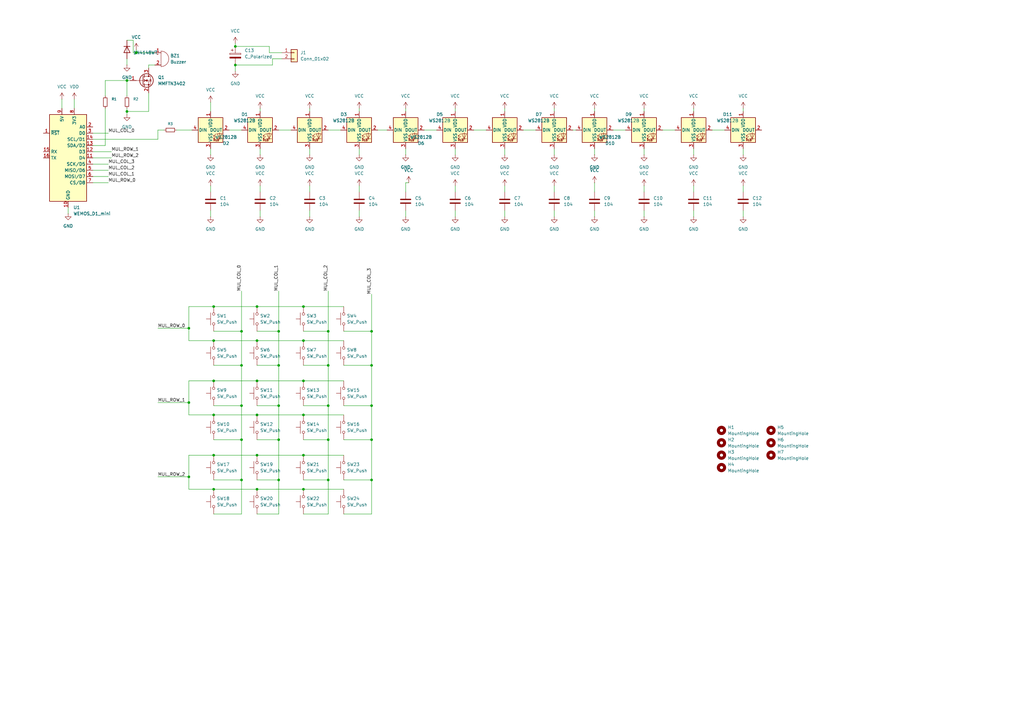
<source format=kicad_sch>
(kicad_sch (version 20250114) (generator "eeschema") (generator_version "9.0")
  (paper "A3")
  (lib_symbols
    (symbol "Connector_Generic:Conn_01x02" (pin_names (offset 1.016) (hide yes))
      (property "Reference" "J" (at 0 2.54 0))
      (property "Value" "Conn_01x02" (at 0 -5.08 0))
      (symbol "Conn_01x02_1_1"
        (pin passive line (at -5.08 0 0) (length 3.81) (name "Pin_1") (number "1"))
        (pin passive line (at -5.08 -2.54 0) (length 3.81) (name "Pin_2") (number "2"))
      )
    )
    (symbol "Device:Buzzer" (pin_names (offset 0.0254) (hide yes))
      (property "Reference" "BZ" (at 3.81 1.27 0))
      (property "Value" "Buzzer" (at 3.81 -1.27 0))
      (symbol "Buzzer_1_1"
        (pin passive line (at -2.54 2.54 0) (length 2.54) (name "+") (number "1"))
        (pin passive line (at -2.54 -2.54 0) (length 2.54) (name "-") (number "2"))
      )
    )
    (symbol "Device:C" (pin_numbers (hide yes)) (pin_names (offset 0.254))
      (property "Reference" "C" (at 0.635 2.54 0))
      (property "Value" "C" (at 0.635 -2.54 0))
      (symbol "C_1_1"
        (pin passive line (at 0 3.81 270) (length 2.794) (name "~") (number "1"))
        (pin passive line (at 0 -3.81 90) (length 2.794) (name "~") (number "2"))
      )
    )
    (symbol "Device:C_Polarized" (pin_numbers (hide yes)) (pin_names (offset 0.254))
      (property "Reference" "C" (at 0.635 2.54 0))
      (property "Value" "C_Polarized" (at 0.635 -2.54 0))
      (symbol "C_Polarized_1_1"
        (pin passive line (at 0 3.81 270) (length 2.794) (name "~") (number "1"))
        (pin passive line (at 0 -3.81 90) (length 2.794) (name "~") (number "2"))
      )
    )
    (symbol "Device:R_Small" (pin_numbers (hide yes)) (pin_names (offset 0.254) (hide yes))
      (property "Reference" "R" (at 0 0 90))
      (property "Value" "R_Small" (at 1.778 0 90))
      (symbol "R_Small_1_1"
        (pin passive line (at 0 2.54 270) (length 0.762) (name "~") (number "1"))
        (pin passive line (at 0 -2.54 90) (length 0.762) (name "~") (number "2"))
      )
    )
    (symbol "Diode:1N4148WT" (pin_numbers (hide yes)) (pin_names (hide yes))
      (property "Reference" "D" (at 0 2.54 0))
      (property "Value" "1N4148WT" (at 0 -2.54 0))
      (symbol "1N4148WT_1_1"
        (pin passive line (at -3.81 0 0) (length 2.54) (name "K") (number "1"))
        (pin passive line (at 3.81 0 180) (length 2.54) (name "A") (number "2"))
      )
    )
    (symbol "LED:WS2812B" (pin_names (offset 0.254))
      (property "Reference" "D" (at 5.08 5.715 0))
      (property "Value" "WS2812B" (at 1.27 -5.715 0))
      (symbol "WS2812B_0_0"
        (text "RGB" (at 2.286 -4.191 0) (effects (font (size 0.762 0.762))))
      )
      (symbol "WS2812B_1_1"
        (pin input line (at -7.62 0 0) (length 2.54) (name "DIN") (number "4"))
        (pin power_in line (at 0 7.62 270) (length 2.54) (name "VDD") (number "1"))
        (pin power_in line (at 0 -7.62 90) (length 2.54) (name "VSS") (number "3"))
        (pin output line (at 7.62 0 180) (length 2.54) (name "DOUT") (number "2"))
      )
    )
    (symbol "Mechanical:MountingHole" (pin_names (offset 1.016)) (in_bom no)
      (property "Reference" "H" (at 0 5.08 0))
      (property "Value" "MountingHole" (at 0 3.175 0))
    )
    (symbol "RF_Module:WEMOS_D1_mini"
      (property "Reference" "U" (at 3.81 19.05 0))
      (property "Value" "WEMOS_D1_mini" (at 1.27 -19.05 0))
      (symbol "WEMOS_D1_mini_1_1"
        (pin input line (at -10.16 10.16 0) (length 2.54) (name "~{RST}") (number "1"))
        (pin input line (at -10.16 2.54 0) (length 2.54) (name "RX") (number "15"))
        (pin output line (at -10.16 0 0) (length 2.54) (name "TX") (number "16"))
        (pin power_in line (at -2.54 20.32 270) (length 2.54) (name "5V") (number "9"))
        (pin power_in line (at 0 -20.32 90) (length 2.54) (name "GND") (number "10"))
        (pin power_out line (at 2.54 20.32 270) (length 2.54) (name "3V3") (number "8"))
        (pin input line (at 10.16 12.7 180) (length 2.54) (name "A0") (number "2"))
        (pin bidirectional line (at 10.16 10.16 180) (length 2.54) (name "D0") (number "3"))
        (pin bidirectional line (at 10.16 7.62 180) (length 2.54) (name "SCL/D1") (number "14"))
        (pin bidirectional line (at 10.16 5.08 180) (length 2.54) (name "SDA/D2") (number "13"))
        (pin bidirectional line (at 10.16 2.54 180) (length 2.54) (name "D3") (number "12"))
        (pin bidirectional line (at 10.16 0 180) (length 2.54) (name "D4") (number "11"))
        (pin bidirectional line (at 10.16 -2.54 180) (length 2.54) (name "SCK/D5") (number "4"))
        (pin bidirectional line (at 10.16 -5.08 180) (length 2.54) (name "MISO/D6") (number "5"))
        (pin bidirectional line (at 10.16 -7.62 180) (length 2.54) (name "MOSI/D7") (number "6"))
        (pin bidirectional line (at 10.16 -10.16 180) (length 2.54) (name "CS/D8") (number "7"))
      )
    )
    (symbol "Switch:SW_Push" (pin_numbers (hide yes)) (pin_names (offset 1.016) (hide yes))
      (property "Reference" "SW" (at 1.27 2.54 0))
      (property "Value" "SW_Push" (at 0 -1.524 0))
      (symbol "SW_Push_0_1"
        (pin passive line (at -5.08 0 0) (length 2.54) (name "1") (number "1"))
        (pin passive line (at 5.08 0 180) (length 2.54) (name "2") (number "2"))
      )
    )
    (symbol "Transistor_FET:Q_NMOS_GSD" (pin_names (offset 0) (hide yes))
      (property "Reference" "Q" (at 5.08 1.905 0))
      (property "Value" "Q_NMOS_GSD" (at 5.08 0 0))
      (symbol "Q_NMOS_GSD_1_1"
        (pin input line (at -5.08 0 0) (length 2.54) (name "G") (number "1"))
        (pin passive line (at 2.54 5.08 270) (length 2.54) (name "D") (number "3"))
        (pin passive line (at 2.54 -5.08 90) (length 2.54) (name "S") (number "2"))
      )
    )
    (symbol "power:GND" (power) (pin_numbers (hide yes)) (pin_names (offset 0) (hide yes))
      (property "Value" "GND" (at 0 -3.81 0))
      (symbol "GND_1_1"
        (pin power_in line (at 0 0 270) (length 0) (name "~") (number "1"))
      )
    )
    (symbol "power:VCC" (power) (pin_numbers (hide yes)) (pin_names (offset 0) (hide yes))
      (property "Value" "VCC" (at 0 3.556 0))
      (symbol "VCC_1_1"
        (pin power_in line (at 0 0 90) (length 0) (name "~") (number "1"))
      )
    )
    (symbol "power:VDD" (power) (pin_numbers (hide yes)) (pin_names (offset 0) (hide yes))
      (property "Value" "VDD" (at 0 3.556 0))
      (symbol "VDD_1_1"
        (pin power_in line (at 0 0 90) (length 0) (name "~") (number "1"))
      )
    )
  )
  (junction (at 134.62 166.37))
  (junction (at 124.46 125.73))
  (junction (at 96.52 19.05))
  (junction (at 87.63 186.69))
  (junction (at 77.47 195.58))
  (junction (at 99.06 149.86))
  (junction (at 114.3 135.89))
  (junction (at 99.06 196.85))
  (junction (at 134.62 180.34))
  (junction (at 87.63 139.7))
  (junction (at 105.41 200.66))
  (junction (at 77.47 165.1))
  (junction (at 114.3 166.37))
  (junction (at 99.06 135.89))
  (junction (at 124.46 186.69))
  (junction (at 77.47 134.62))
  (junction (at 134.62 196.85))
  (junction (at 87.63 156.21))
  (junction (at 152.4 135.89))
  (junction (at 124.46 170.18))
  (junction (at 52.07 45.72))
  (junction (at 152.4 196.85))
  (junction (at 55.88 21.59))
  (junction (at 87.63 200.66))
  (junction (at 124.46 139.7))
  (junction (at 105.41 156.21))
  (junction (at 114.3 149.86))
  (junction (at 99.06 180.34))
  (junction (at 105.41 170.18))
  (junction (at 105.41 186.69))
  (junction (at 152.4 180.34))
  (junction (at 152.4 166.37))
  (junction (at 52.07 33.02))
  (junction (at 96.52 26.67))
  (junction (at 105.41 125.73))
  (junction (at 99.06 166.37))
  (junction (at 105.41 139.7))
  (junction (at 124.46 200.66))
  (junction (at 124.46 156.21))
  (junction (at 87.63 170.18))
  (junction (at 87.63 125.73))
  (junction (at 114.3 196.85))
  (junction (at 134.62 135.89))
  (junction (at 114.3 180.34))
  (junction (at 134.62 149.86))
  (junction (at 152.4 149.86))
  (wire (pts (xy 114.3 149.86) (xy 105.41 149.86)))
  (wire (pts (xy 77.47 139.7) (xy 87.63 139.7)))
  (wire (pts (xy 86.36 76.2) (xy 86.36 78.74)))
  (wire (pts (xy 105.41 125.73) (xy 124.46 125.73)))
  (wire (pts (xy 173.99 53.34) (xy 179.07 53.34)))
  (wire (pts (xy 227.33 86.36) (xy 227.33 88.9)))
  (wire (pts (xy 207.01 60.96) (xy 207.01 63.5)))
  (wire (pts (xy 134.62 135.89) (xy 134.62 149.86)))
  (wire (pts (xy 284.48 60.96) (xy 284.48 63.5)))
  (wire (pts (xy 77.47 134.62) (xy 77.47 139.7)))
  (wire (pts (xy 60.96 45.72) (xy 52.07 45.72)))
  (wire (pts (xy 111.76 26.67) (xy 96.52 26.67)))
  (wire (pts (xy 38.1 64.77) (xy 45.72 64.77)))
  (wire (pts (xy 106.68 86.36) (xy 106.68 88.9)))
  (wire (pts (xy 166.37 74.93) (xy 166.37 78.74)))
  (wire (pts (xy 186.69 60.96) (xy 186.69 63.5)))
  (wire (pts (xy 106.68 44.45) (xy 106.68 45.72)))
  (wire (pts (xy 110.49 21.59) (xy 110.49 19.05)))
  (wire (pts (xy 87.63 156.21) (xy 105.41 156.21)))
  (wire (pts (xy 115.57 24.13) (xy 111.76 24.13)))
  (wire (pts (xy 25.4 40.64) (xy 25.4 44.45)))
  (wire (pts (xy 271.78 53.34) (xy 276.86 53.34)))
  (wire (pts (xy 152.4 135.89) (xy 152.4 149.86)))
  (wire (pts (xy 140.97 149.86) (xy 152.4 149.86)))
  (wire (pts (xy 99.06 210.82) (xy 87.63 210.82)))
  (wire (pts (xy 127 60.96) (xy 127 63.5)))
  (wire (pts (xy 134.62 53.34) (xy 139.7 53.34)))
  (wire (pts (xy 147.32 86.36) (xy 147.32 88.9)))
  (wire (pts (xy 304.8 76.2) (xy 304.8 78.74)))
  (wire (pts (xy 264.16 44.45) (xy 264.16 45.72)))
  (wire (pts (xy 115.57 21.59) (xy 110.49 21.59)))
  (wire (pts (xy 124.46 156.21) (xy 140.97 156.21)))
  (wire (pts (xy 86.36 60.96) (xy 86.36 63.5)))
  (wire (pts (xy 114.3 210.82) (xy 105.41 210.82)))
  (wire (pts (xy 304.8 44.45) (xy 304.8 45.72)))
  (wire (pts (xy 87.63 170.18) (xy 105.41 170.18)))
  (wire (pts (xy 251.46 53.34) (xy 256.54 53.34)))
  (wire (pts (xy 106.68 60.96) (xy 106.68 63.5)))
  (wire (pts (xy 234.95 53.34) (xy 236.22 53.34)))
  (wire (pts (xy 166.37 86.36) (xy 166.37 88.9)))
  (wire (pts (xy 152.4 180.34) (xy 152.4 196.85)))
  (wire (pts (xy 38.1 62.23) (xy 45.72 62.23)))
  (wire (pts (xy 77.47 170.18) (xy 87.63 170.18)))
  (wire (pts (xy 105.41 170.18) (xy 124.46 170.18)))
  (wire (pts (xy 105.41 156.21) (xy 124.46 156.21)))
  (wire (pts (xy 152.4 120.65) (xy 152.4 135.89)))
  (wire (pts (xy 110.49 19.05) (xy 96.52 19.05)))
  (wire (pts (xy 87.63 125.73) (xy 77.47 125.73)))
  (wire (pts (xy 38.1 74.93) (xy 44.45 74.93)))
  (wire (pts (xy 87.63 156.21) (xy 77.47 156.21)))
  (wire (pts (xy 127 86.36) (xy 127 88.9)))
  (wire (pts (xy 105.41 166.37) (xy 114.3 166.37)))
  (wire (pts (xy 124.46 166.37) (xy 134.62 166.37)))
  (wire (pts (xy 77.47 165.1) (xy 77.47 170.18)))
  (wire (pts (xy 99.06 196.85) (xy 99.06 210.82)))
  (wire (pts (xy 52.07 16.51) (xy 54.61 16.51)))
  (wire (pts (xy 96.52 17.78) (xy 96.52 19.05)))
  (wire (pts (xy 152.4 135.89) (xy 140.97 135.89)))
  (wire (pts (xy 38.1 57.15) (xy 64.77 57.15)))
  (wire (pts (xy 147.32 60.96) (xy 147.32 63.5)))
  (wire (pts (xy 147.32 76.2) (xy 147.32 78.74)))
  (wire (pts (xy 227.33 76.2) (xy 227.33 78.74)))
  (wire (pts (xy 55.88 21.59) (xy 63.5 21.59)))
  (wire (pts (xy 284.48 86.36) (xy 284.48 88.9)))
  (wire (pts (xy 87.63 125.73) (xy 105.41 125.73)))
  (wire (pts (xy 64.77 53.34) (xy 67.31 53.34)))
  (wire (pts (xy 214.63 53.34) (xy 219.71 53.34)))
  (wire (pts (xy 60.96 26.67) (xy 60.96 27.94)))
  (wire (pts (xy 243.84 74.93) (xy 243.84 78.74)))
  (wire (pts (xy 194.31 53.34) (xy 199.39 53.34)))
  (wire (pts (xy 264.16 76.2) (xy 264.16 78.74)))
  (wire (pts (xy 38.1 59.69) (xy 43.18 59.69)))
  (wire (pts (xy 99.06 180.34) (xy 99.06 196.85)))
  (wire (pts (xy 134.62 180.34) (xy 124.46 180.34)))
  (wire (pts (xy 52.07 44.45) (xy 52.07 45.72)))
  (wire (pts (xy 264.16 60.96) (xy 264.16 63.5)))
  (wire (pts (xy 124.46 135.89) (xy 134.62 135.89)))
  (wire (pts (xy 105.41 186.69) (xy 124.46 186.69)))
  (wire (pts (xy 140.97 180.34) (xy 152.4 180.34)))
  (wire (pts (xy 134.62 119.38) (xy 134.62 135.89)))
  (wire (pts (xy 134.62 166.37) (xy 134.62 180.34)))
  (wire (pts (xy 64.77 195.58) (xy 77.47 195.58)))
  (wire (pts (xy 77.47 125.73) (xy 77.47 134.62)))
  (wire (pts (xy 64.77 57.15) (xy 64.77 53.34)))
  (wire (pts (xy 87.63 166.37) (xy 99.06 166.37)))
  (wire (pts (xy 87.63 186.69) (xy 77.47 186.69)))
  (wire (pts (xy 105.41 139.7) (xy 124.46 139.7)))
  (wire (pts (xy 38.1 54.61) (xy 44.45 54.61)))
  (wire (pts (xy 86.36 86.36) (xy 86.36 88.9)))
  (wire (pts (xy 227.33 60.96) (xy 227.33 63.5)))
  (wire (pts (xy 30.48 40.64) (xy 30.48 44.45)))
  (wire (pts (xy 124.46 186.69) (xy 140.97 186.69)))
  (wire (pts (xy 152.4 166.37) (xy 140.97 166.37)))
  (wire (pts (xy 105.41 196.85) (xy 114.3 196.85)))
  (wire (pts (xy 99.06 119.38) (xy 99.06 135.89)))
  (wire (pts (xy 111.76 24.13) (xy 111.76 26.67)))
  (wire (pts (xy 124.46 125.73) (xy 140.97 125.73)))
  (wire (pts (xy 304.8 60.96) (xy 304.8 63.5)))
  (wire (pts (xy 77.47 200.66) (xy 87.63 200.66)))
  (wire (pts (xy 86.36 41.91) (xy 86.36 45.72)))
  (wire (pts (xy 99.06 135.89) (xy 99.06 149.86)))
  (wire (pts (xy 186.69 44.45) (xy 186.69 45.72)))
  (wire (pts (xy 64.77 134.62) (xy 77.47 134.62)))
  (wire (pts (xy 55.88 20.32) (xy 55.88 21.59)))
  (wire (pts (xy 264.16 86.36) (xy 264.16 88.9)))
  (wire (pts (xy 60.96 38.1) (xy 60.96 45.72)))
  (wire (pts (xy 114.3 135.89) (xy 114.3 149.86)))
  (wire (pts (xy 77.47 156.21) (xy 77.47 165.1)))
  (wire (pts (xy 114.3 166.37) (xy 114.3 180.34)))
  (wire (pts (xy 105.41 135.89) (xy 114.3 135.89)))
  (wire (pts (xy 72.39 53.34) (xy 78.74 53.34)))
  (wire (pts (xy 114.3 119.38) (xy 114.3 135.89)))
  (wire (pts (xy 87.63 139.7) (xy 105.41 139.7)))
  (wire (pts (xy 43.18 59.69) (xy 43.18 44.45)))
  (wire (pts (xy 227.33 44.45) (xy 227.33 45.72)))
  (wire (pts (xy 152.4 196.85) (xy 152.4 210.82)))
  (wire (pts (xy 99.06 149.86) (xy 87.63 149.86)))
  (wire (pts (xy 52.07 39.37) (xy 52.07 33.02)))
  (wire (pts (xy 106.68 76.2) (xy 106.68 78.74)))
  (wire (pts (xy 134.62 196.85) (xy 134.62 210.82)))
  (wire (pts (xy 284.48 44.45) (xy 284.48 45.72)))
  (wire (pts (xy 27.94 85.09) (xy 27.94 87.63)))
  (wire (pts (xy 99.06 166.37) (xy 99.06 180.34)))
  (wire (pts (xy 186.69 86.36) (xy 186.69 88.9)))
  (wire (pts (xy 87.63 186.69) (xy 105.41 186.69)))
  (wire (pts (xy 87.63 200.66) (xy 105.41 200.66)))
  (wire (pts (xy 54.61 21.59) (xy 55.88 21.59)))
  (wire (pts (xy 186.69 76.2) (xy 186.69 78.74)))
  (wire (pts (xy 152.4 196.85) (xy 140.97 196.85)))
  (wire (pts (xy 166.37 44.45) (xy 166.37 45.72)))
  (wire (pts (xy 147.32 44.45) (xy 147.32 45.72)))
  (wire (pts (xy 152.4 149.86) (xy 152.4 166.37)))
  (wire (pts (xy 54.61 16.51) (xy 54.61 21.59)))
  (wire (pts (xy 304.8 86.36) (xy 304.8 88.9)))
  (wire (pts (xy 87.63 135.89) (xy 99.06 135.89)))
  (wire (pts (xy 63.5 26.67) (xy 60.96 26.67)))
  (wire (pts (xy 96.52 26.67) (xy 96.52 29.21)))
  (wire (pts (xy 134.62 149.86) (xy 124.46 149.86)))
  (wire (pts (xy 99.06 180.34) (xy 87.63 180.34)))
  (wire (pts (xy 114.3 53.34) (xy 119.38 53.34)))
  (wire (pts (xy 77.47 186.69) (xy 77.47 195.58)))
  (wire (pts (xy 124.46 196.85) (xy 134.62 196.85)))
  (wire (pts (xy 114.3 196.85) (xy 114.3 210.82)))
  (wire (pts (xy 243.84 44.45) (xy 243.84 45.72)))
  (wire (pts (xy 152.4 166.37) (xy 152.4 180.34)))
  (wire (pts (xy 38.1 72.39) (xy 44.45 72.39)))
  (wire (pts (xy 38.1 69.85) (xy 44.45 69.85)))
  (wire (pts (xy 52.07 33.02) (xy 53.34 33.02)))
  (wire (pts (xy 43.18 33.02) (xy 52.07 33.02)))
  (wire (pts (xy 43.18 39.37) (xy 43.18 33.02)))
  (wire (pts (xy 87.63 196.85) (xy 99.06 196.85)))
  (wire (pts (xy 93.98 53.34) (xy 99.06 53.34)))
  (wire (pts (xy 154.94 53.34) (xy 158.75 53.34)))
  (wire (pts (xy 284.48 76.2) (xy 284.48 78.74)))
  (wire (pts (xy 38.1 67.31) (xy 44.45 67.31)))
  (wire (pts (xy 105.41 200.66) (xy 124.46 200.66)))
  (wire (pts (xy 127 76.2) (xy 127 78.74)))
  (wire (pts (xy 207.01 86.36) (xy 207.01 88.9)))
  (wire (pts (xy 114.3 149.86) (xy 114.3 166.37)))
  (wire (pts (xy 140.97 210.82) (xy 152.4 210.82)))
  (wire (pts (xy 207.01 44.45) (xy 207.01 45.72)))
  (wire (pts (xy 77.47 195.58) (xy 77.47 200.66)))
  (wire (pts (xy 292.1 53.34) (xy 297.18 53.34)))
  (wire (pts (xy 114.3 180.34) (xy 105.41 180.34)))
  (wire (pts (xy 64.77 165.1) (xy 77.47 165.1)))
  (wire (pts (xy 52.07 24.13) (xy 52.07 26.67)))
  (wire (pts (xy 243.84 60.96) (xy 243.84 63.5)))
  (wire (pts (xy 127 44.45) (xy 127 45.72)))
  (wire (pts (xy 124.46 170.18) (xy 140.97 170.18)))
  (wire (pts (xy 134.62 210.82) (xy 124.46 210.82)))
  (wire (pts (xy 99.06 149.86) (xy 99.06 166.37)))
  (wire (pts (xy 166.37 74.93) (xy 167.64 74.93)))
  (wire (pts (xy 166.37 60.96) (xy 166.37 63.5)))
  (wire (pts (xy 124.46 200.66) (xy 140.97 200.66)))
  (wire (pts (xy 52.07 45.72) (xy 52.07 46.99)))
  (wire (pts (xy 124.46 139.7) (xy 140.97 139.7)))
  (wire (pts (xy 114.3 180.34) (xy 114.3 196.85)))
  (wire (pts (xy 134.62 149.86) (xy 134.62 166.37)))
  (wire (pts (xy 243.84 86.36) (xy 243.84 88.9)))
  (wire (pts (xy 134.62 180.34) (xy 134.62 196.85)))
  (wire (pts (xy 207.01 76.2) (xy 207.01 78.74)))
  (label "MUL_COL_3" (at 44.45 67.31 0))
  (label "MUL_COL_1" (at 44.45 72.39 0))
  (label "MUL_COL_0" (at 44.45 54.61 0))
  (label "MUL_ROW_0" (at 44.45 74.93 0))
  (label "MUL_ROW_0" (at 64.77 134.62 0))
  (label "MUL_ROW_2" (at 64.77 195.58 0))
  (label "MUL_ROW_1" (at 45.72 62.23 0))
  (label "MUL_COL_2" (at 44.45 69.85 0))
  (label "MUL_ROW_2" (at 45.72 64.77 0))
  (label "MUL_COL_1" (at 114.3 119.38 90))
  (label "MUL_COL_0" (at 99.06 119.38 90))
  (label "MUL_COL_2" (at 134.62 119.38 90))
  (label "MUL_COL_3" (at 152.4 120.65 90))
  (label "MUL_ROW_1" (at 64.77 165.1 0))
  (symbol (lib_id "power:VDD") (at 30.48 40.64 0) (unit 1)
    (property "Reference" "#PWR051" (effects (hide yes)))
    (property "Value" "VDD" (at 30.48 35.56 0))
    (property "Description" "Power symbol creates a global label with name \"VDD\"" (effects (hide yes)))
  )
  (symbol (lib_id "power:VCC") (at 166.37 44.45 0) (unit 1)
    (property "Reference" "#PWR017" (effects (hide yes)))
    (property "Value" "VCC" (at 166.37 39.37 0))
    (property "Description" "Power symbol creates a global label with name \"VCC\"" (effects (hide yes)))
  )
  (symbol (lib_id "Device:C") (at 264.16 82.55 0) (unit 1)
    (property "Reference" "C10" (at 267.97 81.2799 0) (effects (justify left)))
    (property "Value" "104" (at 267.97 83.8199 0) (effects (justify left)))
    (property "Footprint" "Capacitor_SMD:C_0603_1608Metric" (effects (hide yes)))
    (property "Description" "Unpolarized capacitor" (effects (hide yes)))
  )
  (symbol (lib_id "Device:C") (at 106.68 82.55 0) (unit 1)
    (property "Reference" "C2" (at 110.49 81.2799 0) (effects (justify left)))
    (property "Value" "104" (at 110.49 83.8199 0) (effects (justify left)))
    (property "Footprint" "Capacitor_SMD:C_0603_1608Metric" (effects (hide yes)))
    (property "Description" "Unpolarized capacitor" (effects (hide yes)))
  )
  (symbol (lib_id "Switch:SW_Push") (at 140.97 205.74 90) (unit 1)
    (property "Reference" "SW24" (at 142.24 204.4699 90) (effects (justify right)))
    (property "Value" "SW_Push" (at 142.24 207.0099 90) (effects (justify right)))
    (property "Footprint" "Button_Switch_THT:SW_PUSH_6mm" (effects (hide yes)))
    (property "Description" "Push button switch, generic, two pins" (effects (hide yes)))
  )
  (symbol (lib_id "power:GND") (at 86.36 63.5 0) (unit 1)
    (property "Reference" "#PWR05" (effects (hide yes)))
    (property "Value" "GND" (at 86.36 68.58 0))
    (property "Description" "Power symbol creates a global label with name \"GND\" , ground" (effects (hide yes)))
  )
  (symbol (lib_id "power:VCC") (at 227.33 44.45 0) (unit 1)
    (property "Reference" "#PWR029" (effects (hide yes)))
    (property "Value" "VCC" (at 227.33 39.37 0))
    (property "Description" "Power symbol creates a global label with name \"VCC\"" (effects (hide yes)))
  )
  (symbol (lib_id "LED:WS2812B") (at 127 53.34 0) (unit 1)
    (property "Reference" "D3" (at 140.97 46.9198 0))
    (property "Value" "WS2812B" (at 140.97 49.4598 0))
    (property "Footprint" "LED_SMD:LED_WS2812B_PLCC4_5.0x5.0mm_P3.2mm" (effects (hide yes)))
    (property "Datasheet" "https://cdn-shop.adafruit.com/datasheets/WS2812B.pdf" (effects (hide yes)))
    (property "Description" "RGB LED with integrated controller" (effects (hide yes)))
  )
  (symbol (lib_id "power:GND") (at 284.48 63.5 0) (unit 1)
    (property "Reference" "#PWR042" (effects (hide yes)))
    (property "Value" "GND" (at 284.48 68.58 0))
    (property "Description" "Power symbol creates a global label with name \"GND\" , ground" (effects (hide yes)))
  )
  (symbol (lib_id "power:GND") (at 147.32 63.5 0) (unit 1)
    (property "Reference" "#PWR08" (effects (hide yes)))
    (property "Value" "GND" (at 147.32 68.58 0))
    (property "Description" "Power symbol creates a global label with name \"GND\" , ground" (effects (hide yes)))
  )
  (symbol (lib_id "power:VCC") (at 186.69 76.2 0) (unit 1)
    (property "Reference" "#PWR023" (effects (hide yes)))
    (property "Value" "VCC" (at 186.69 71.12 0))
    (property "Description" "Power symbol creates a global label with name \"VCC\"" (effects (hide yes)))
  )
  (symbol (lib_id "Switch:SW_Push") (at 105.41 161.29 90) (unit 1)
    (property "Reference" "SW11" (at 106.68 160.0199 90) (effects (justify right)))
    (property "Value" "SW_Push" (at 106.68 162.5599 90) (effects (justify right)))
    (property "Footprint" "Button_Switch_THT:SW_PUSH_6mm" (effects (hide yes)))
    (property "Description" "Push button switch, generic, two pins" (effects (hide yes)))
  )
  (symbol (lib_id "Switch:SW_Push") (at 87.63 175.26 90) (unit 1)
    (property "Reference" "SW10" (at 88.9 173.9899 90) (effects (justify right)))
    (property "Value" "SW_Push" (at 88.9 176.5299 90) (effects (justify right)))
    (property "Footprint" "Button_Switch_THT:SW_PUSH_6mm" (effects (hide yes)))
    (property "Description" "Push button switch, generic, two pins" (effects (hide yes)))
  )
  (symbol (lib_id "Device:C_Polarized") (at 96.52 22.86 0) (unit 1)
    (property "Reference" "C13" (at 100.33 20.7009 0) (effects (justify left)))
    (property "Value" "C_Polarized" (at 100.33 23.2409 0) (effects (justify left)))
    (property "Footprint" "Capacitor_THT:CP_Radial_D8.0mm_P5.00mm" (effects (hide yes)))
    (property "Description" "Polarized capacitor" (effects (hide yes)))
  )
  (symbol (lib_id "power:VCC") (at 55.88 20.32 0) (unit 1)
    (property "Reference" "#PWR053" (effects (hide yes)))
    (property "Value" "VCC" (at 55.88 15.24 0))
    (property "Description" "Power symbol creates a global label with name \"VCC\"" (effects (hide yes)))
  )
  (symbol (lib_id "power:VCC") (at 284.48 44.45 0) (unit 1)
    (property "Reference" "#PWR041" (effects (hide yes)))
    (property "Value" "VCC" (at 284.48 39.37 0))
    (property "Description" "Power symbol creates a global label with name \"VCC\"" (effects (hide yes)))
  )
  (symbol (lib_id "power:GND") (at 127 88.9 0) (unit 1)
    (property "Reference" "#PWR014" (effects (hide yes)))
    (property "Value" "GND" (at 127 93.98 0))
    (property "Description" "Power symbol creates a global label with name \"GND\" , ground" (effects (hide yes)))
  )
  (symbol (lib_id "Device:C") (at 147.32 82.55 0) (unit 1)
    (property "Reference" "C4" (at 151.13 81.2799 0) (effects (justify left)))
    (property "Value" "104" (at 151.13 83.8199 0) (effects (justify left)))
    (property "Footprint" "Capacitor_SMD:C_0603_1608Metric" (effects (hide yes)))
    (property "Description" "Unpolarized capacitor" (effects (hide yes)))
  )
  (symbol (lib_id "power:VCC") (at 264.16 76.2 0) (unit 1)
    (property "Reference" "#PWR039" (effects (hide yes)))
    (property "Value" "VCC" (at 264.16 71.12 0))
    (property "Description" "Power symbol creates a global label with name \"VCC\"" (effects (hide yes)))
  )
  (symbol (lib_id "Switch:SW_Push") (at 87.63 191.77 90) (unit 1)
    (property "Reference" "SW17" (at 88.9 190.4999 90) (effects (justify right)))
    (property "Value" "SW_Push" (at 88.9 193.0399 90) (effects (justify right)))
    (property "Footprint" "Button_Switch_THT:SW_PUSH_6mm" (effects (hide yes)))
    (property "Description" "Push button switch, generic, two pins" (effects (hide yes)))
  )
  (symbol (lib_id "power:GND") (at 166.37 88.9 0) (unit 1)
    (property "Reference" "#PWR020" (effects (hide yes)))
    (property "Value" "GND" (at 166.37 93.98 0))
    (property "Description" "Power symbol creates a global label with name \"GND\" , ground" (effects (hide yes)))
  )
  (symbol (lib_id "LED:WS2812B") (at 264.16 53.34 0) (unit 1)
    (property "Reference" "D10" (at 250.19 58.7854 0))
    (property "Value" "WS2812B" (at 250.19 56.2454 0))
    (property "Footprint" "LED_SMD:LED_WS2812B_PLCC4_5.0x5.0mm_P3.2mm" (effects (hide yes)))
    (property "Datasheet" "https://cdn-shop.adafruit.com/datasheets/WS2812B.pdf" (effects (hide yes)))
    (property "Description" "RGB LED with integrated controller" (effects (hide yes)))
  )
  (symbol (lib_id "power:GND") (at 86.36 88.9 0) (unit 1)
    (property "Reference" "#PWR010" (effects (hide yes)))
    (property "Value" "GND" (at 86.36 93.98 0))
    (property "Description" "Power symbol creates a global label with name \"GND\" , ground" (effects (hide yes)))
  )
  (symbol (lib_id "Switch:SW_Push") (at 140.97 175.26 90) (unit 1)
    (property "Reference" "SW16" (at 142.24 173.9899 90) (effects (justify right)))
    (property "Value" "SW_Push" (at 142.24 176.5299 90) (effects (justify right)))
    (property "Footprint" "Button_Switch_THT:SW_PUSH_6mm" (effects (hide yes)))
    (property "Description" "Push button switch, generic, two pins" (effects (hide yes)))
  )
  (symbol (lib_id "Device:C") (at 304.8 82.55 0) (unit 1)
    (property "Reference" "C12" (at 308.61 81.2799 0) (effects (justify left)))
    (property "Value" "104" (at 308.61 83.8199 0) (effects (justify left)))
    (property "Footprint" "Capacitor_SMD:C_0603_1608Metric" (effects (hide yes)))
    (property "Description" "Unpolarized capacitor" (effects (hide yes)))
  )
  (symbol (lib_id "power:GND") (at 106.68 63.5 0) (unit 1)
    (property "Reference" "#PWR06" (effects (hide yes)))
    (property "Value" "GND" (at 106.68 68.58 0))
    (property "Description" "Power symbol creates a global label with name \"GND\" , ground" (effects (hide yes)))
  )
  (symbol (lib_id "power:GND") (at 27.94 87.63 0) (unit 1)
    (property "Reference" "#PWR049" (effects (hide yes)))
    (property "Value" "GND" (at 27.94 92.71 0))
    (property "Description" "Power symbol creates a global label with name \"GND\" , ground" (effects (hide yes)))
  )
  (symbol (lib_id "Switch:SW_Push") (at 124.46 130.81 90) (unit 1)
    (property "Reference" "SW3" (at 125.73 129.5399 90) (effects (justify right)))
    (property "Value" "SW_Push" (at 125.73 132.0799 90) (effects (justify right)))
    (property "Footprint" "Button_Switch_THT:SW_PUSH_6mm" (effects (hide yes)))
    (property "Description" "Push button switch, generic, two pins" (effects (hide yes)))
  )
  (symbol (lib_id "power:VCC") (at 86.36 76.2 0) (unit 1)
    (property "Reference" "#PWR09" (effects (hide yes)))
    (property "Value" "VCC" (at 86.36 71.12 0))
    (property "Description" "Power symbol creates a global label with name \"VCC\"" (effects (hide yes)))
  )
  (symbol (lib_id "Switch:SW_Push") (at 140.97 130.81 90) (unit 1)
    (property "Reference" "SW4" (at 142.24 129.5399 90) (effects (justify right)))
    (property "Value" "SW_Push" (at 142.24 132.0799 90) (effects (justify right)))
    (property "Footprint" "Button_Switch_THT:SW_PUSH_6mm" (effects (hide yes)))
    (property "Description" "Push button switch, generic, two pins" (effects (hide yes)))
  )
  (symbol (lib_id "Device:C") (at 284.48 82.55 0) (unit 1)
    (property "Reference" "C11" (at 288.29 81.2799 0) (effects (justify left)))
    (property "Value" "104" (at 288.29 83.8199 0) (effects (justify left)))
    (property "Footprint" "Capacitor_SMD:C_0603_1608Metric" (effects (hide yes)))
    (property "Description" "Unpolarized capacitor" (effects (hide yes)))
  )
  (symbol (lib_id "LED:WS2812B") (at 186.69 53.34 0) (unit 1)
    (property "Reference" "D6" (at 172.72 58.7854 0))
    (property "Value" "WS2812B" (at 172.72 56.2454 0))
    (property "Footprint" "LED_SMD:LED_WS2812B_PLCC4_5.0x5.0mm_P3.2mm" (effects (hide yes)))
    (property "Datasheet" "https://cdn-shop.adafruit.com/datasheets/WS2812B.pdf" (effects (hide yes)))
    (property "Description" "RGB LED with integrated controller" (effects (hide yes)))
  )
  (symbol (lib_id "power:GND") (at 186.69 88.9 0) (unit 1)
    (property "Reference" "#PWR024" (effects (hide yes)))
    (property "Value" "GND" (at 186.69 93.98 0))
    (property "Description" "Power symbol creates a global label with name \"GND\" , ground" (effects (hide yes)))
  )
  (symbol (lib_id "power:VCC") (at 243.84 44.45 0) (unit 1)
    (property "Reference" "#PWR033" (effects (hide yes)))
    (property "Value" "VCC" (at 243.84 39.37 0))
    (property "Description" "Power symbol creates a global label with name \"VCC\"" (effects (hide yes)))
  )
  (symbol (lib_id "Device:C") (at 207.01 82.55 0) (unit 1)
    (property "Reference" "C7" (at 210.82 81.2799 0) (effects (justify left)))
    (property "Value" "104" (at 210.82 83.8199 0) (effects (justify left)))
    (property "Footprint" "Capacitor_SMD:C_0603_1608Metric" (effects (hide yes)))
    (property "Description" "Unpolarized capacitor" (effects (hide yes)))
  )
  (symbol (lib_id "RF_Module:WEMOS_D1_mini") (at 27.94 64.77 0) (unit 1)
    (property "Reference" "U1" (at 30.0833 85.09 0) (effects (justify left)))
    (property "Value" "WEMOS_D1_mini" (at 30.0833 87.63 0) (effects (justify left)))
    (property "Footprint" "RF_Module:WEMOS_D1_mini_light" (effects (hide yes)))
    (property "Datasheet" "https://wiki.wemos.cc/products:d1:d1_mini#documentation" (effects (hide yes)))
    (property "Description" "32-bit microcontroller module with WiFi" (effects (hide yes)))
  )
  (symbol (lib_id "power:VCC") (at 147.32 44.45 0) (unit 1)
    (property "Reference" "#PWR04" (effects (hide yes)))
    (property "Value" "VCC" (at 147.32 39.37 0))
    (property "Description" "Power symbol creates a global label with name \"VCC\"" (effects (hide yes)))
  )
  (symbol (lib_id "Switch:SW_Push") (at 105.41 175.26 90) (unit 1)
    (property "Reference" "SW12" (at 106.68 173.9899 90) (effects (justify right)))
    (property "Value" "SW_Push" (at 106.68 176.5299 90) (effects (justify right)))
    (property "Footprint" "Button_Switch_THT:SW_PUSH_6mm" (effects (hide yes)))
    (property "Description" "Push button switch, generic, two pins" (effects (hide yes)))
  )
  (symbol (lib_id "Switch:SW_Push") (at 140.97 161.29 90) (unit 1)
    (property "Reference" "SW15" (at 142.24 160.0199 90) (effects (justify right)))
    (property "Value" "SW_Push" (at 142.24 162.5599 90) (effects (justify right)))
    (property "Footprint" "Button_Switch_THT:SW_PUSH_6mm" (effects (hide yes)))
    (property "Description" "Push button switch, generic, two pins" (effects (hide yes)))
  )
  (symbol (lib_id "power:GND") (at 52.07 26.67 0) (unit 1)
    (property "Reference" "#PWR054" (effects (hide yes)))
    (property "Value" "GND" (at 52.07 31.75 0))
    (property "Description" "Power symbol creates a global label with name \"GND\" , ground" (effects (hide yes)))
  )
  (symbol (lib_id "Device:R_Small") (at 52.07 41.91 0) (unit 1)
    (property "Reference" "R2" (at 54.61 40.6399 0) (effects (font (size 1.016 1.016)) (justify left)))
    (property "Value" "100k" (effects (hide yes)))
    (property "Footprint" "Resistor_SMD:R_0805_2012Metric_Pad1.20x1.40mm_HandSolder" (effects (hide yes)))
    (property "Description" "Resistor, small symbol" (effects (hide yes)))
  )
  (symbol (lib_id "LED:WS2812B") (at 147.32 53.34 0) (unit 1)
    (property "Reference" "D4" (effects (hide yes)))
    (property "Value" "WS2812B" (effects (hide yes)))
    (property "Footprint" "LED_SMD:LED_WS2812B_PLCC4_5.0x5.0mm_P3.2mm" (effects (hide yes)))
    (property "Datasheet" "https://cdn-shop.adafruit.com/datasheets/WS2812B.pdf" (effects (hide yes)))
    (property "Description" "RGB LED with integrated controller" (effects (hide yes)))
  )
  (symbol (lib_id "Switch:SW_Push") (at 87.63 144.78 90) (unit 1)
    (property "Reference" "SW5" (at 88.9 143.5099 90) (effects (justify right)))
    (property "Value" "SW_Push" (at 88.9 146.0499 90) (effects (justify right)))
    (property "Footprint" "Button_Switch_THT:SW_PUSH_6mm" (effects (hide yes)))
    (property "Description" "Push button switch, generic, two pins" (effects (hide yes)))
  )
  (symbol (lib_id "power:GND") (at 304.8 63.5 0) (unit 1)
    (property "Reference" "#PWR046" (effects (hide yes)))
    (property "Value" "GND" (at 304.8 68.58 0))
    (property "Description" "Power symbol creates a global label with name \"GND\" , ground" (effects (hide yes)))
  )
  (symbol (lib_id "Mechanical:MountingHole") (at 295.91 181.61 0) (unit 1) (in_bom no)
    (property "Reference" "H2" (at 298.45 180.3399 0) (effects (justify left)))
    (property "Value" "MountingHole" (at 298.45 182.8799 0) (effects (justify left)))
    (property "Footprint" "MountingHole:MountingHole_3.2mm_M3" (effects (hide yes)))
    (property "Description" "Mounting Hole without connection" (effects (hide yes)))
  )
  (symbol (lib_id "power:GND") (at 52.07 46.99 0) (unit 1)
    (property "Reference" "#PWR052" (effects (hide yes)))
    (property "Value" "GND" (at 52.07 52.07 0))
    (property "Description" "Power symbol creates a global label with name \"GND\" , ground" (effects (hide yes)))
  )
  (symbol (lib_id "Diode:1N4148WT") (at 52.07 20.32 270) (unit 1)
    (property "Reference" "D13" (effects (hide yes)))
    (property "Value" "1N4148WT" (at 54.61 21.5899 90) (effects (justify left)))
    (property "Footprint" "Diode_SMD:D_SOD-523" (effects (hide yes)))
    (property "Datasheet" "https://www.diodes.com/assets/Datasheets/ds30396.pdf" (effects (hide yes)))
    (property "Description" "75V 0.15A Fast switching Diode, SOD-523" (effects (hide yes)))
    (property "Sim.Device" "D" (effects (hide yes)))
    (property "Sim.Pins" "1=K 2=A" (effects (hide yes)))
  )
  (symbol (lib_id "Switch:SW_Push") (at 124.46 191.77 90) (unit 1)
    (property "Reference" "SW21" (at 125.73 190.4999 90) (effects (justify right)))
    (property "Value" "SW_Push" (at 125.73 193.0399 90) (effects (justify right)))
    (property "Footprint" "Button_Switch_THT:SW_PUSH_6mm" (effects (hide yes)))
    (property "Description" "Push button switch, generic, two pins" (effects (hide yes)))
  )
  (symbol (lib_id "Device:C") (at 86.36 82.55 0) (unit 1)
    (property "Reference" "C1" (at 90.17 81.2799 0) (effects (justify left)))
    (property "Value" "104" (at 90.17 83.8199 0) (effects (justify left)))
    (property "Footprint" "Capacitor_SMD:C_0603_1608Metric" (effects (hide yes)))
    (property "Description" "Unpolarized capacitor" (effects (hide yes)))
  )
  (symbol (lib_id "Switch:SW_Push") (at 124.46 161.29 90) (unit 1)
    (property "Reference" "SW13" (at 125.73 160.0199 90) (effects (justify right)))
    (property "Value" "SW_Push" (at 125.73 162.5599 90) (effects (justify right)))
    (property "Footprint" "Button_Switch_THT:SW_PUSH_6mm" (effects (hide yes)))
    (property "Description" "Push button switch, generic, two pins" (effects (hide yes)))
  )
  (symbol (lib_id "LED:WS2812B") (at 106.68 53.34 0) (unit 1)
    (property "Reference" "D2" (at 92.71 58.7854 0))
    (property "Value" "WS2812B" (at 92.71 56.2454 0))
    (property "Footprint" "LED_SMD:LED_WS2812B_PLCC4_5.0x5.0mm_P3.2mm" (effects (hide yes)))
    (property "Datasheet" "https://cdn-shop.adafruit.com/datasheets/WS2812B.pdf" (effects (hide yes)))
    (property "Description" "RGB LED with integrated controller" (effects (hide yes)))
  )
  (symbol (lib_id "power:VCC") (at 304.8 76.2 0) (unit 1)
    (property "Reference" "#PWR047" (effects (hide yes)))
    (property "Value" "VCC" (at 304.8 71.12 0))
    (property "Description" "Power symbol creates a global label with name \"VCC\"" (effects (hide yes)))
  )
  (symbol (lib_id "power:GND") (at 284.48 88.9 0) (unit 1)
    (property "Reference" "#PWR044" (effects (hide yes)))
    (property "Value" "GND" (at 284.48 93.98 0))
    (property "Description" "Power symbol creates a global label with name \"GND\" , ground" (effects (hide yes)))
  )
  (symbol (lib_id "Switch:SW_Push") (at 87.63 205.74 90) (unit 1)
    (property "Reference" "SW18" (at 88.9 204.4699 90) (effects (justify right)))
    (property "Value" "SW_Push" (at 88.9 207.0099 90) (effects (justify right)))
    (property "Footprint" "Button_Switch_THT:SW_PUSH_6mm" (effects (hide yes)))
    (property "Description" "Push button switch, generic, two pins" (effects (hide yes)))
  )
  (symbol (lib_id "Switch:SW_Push") (at 140.97 144.78 90) (unit 1)
    (property "Reference" "SW8" (at 142.24 143.5099 90) (effects (justify right)))
    (property "Value" "SW_Push" (at 142.24 146.0499 90) (effects (justify right)))
    (property "Footprint" "Button_Switch_THT:SW_PUSH_6mm" (effects (hide yes)))
    (property "Description" "Push button switch, generic, two pins" (effects (hide yes)))
  )
  (symbol (lib_id "power:GND") (at 186.69 63.5 0) (unit 1)
    (property "Reference" "#PWR022" (effects (hide yes)))
    (property "Value" "GND" (at 186.69 68.58 0))
    (property "Description" "Power symbol creates a global label with name \"GND\" , ground" (effects (hide yes)))
  )
  (symbol (lib_id "power:GND") (at 166.37 63.5 0) (unit 1)
    (property "Reference" "#PWR018" (effects (hide yes)))
    (property "Value" "GND" (at 166.37 68.58 0))
    (property "Description" "Power symbol creates a global label with name \"GND\" , ground" (effects (hide yes)))
  )
  (symbol (lib_id "Switch:SW_Push") (at 105.41 130.81 90) (unit 1)
    (property "Reference" "SW2" (at 106.68 129.5399 90) (effects (justify right)))
    (property "Value" "SW_Push" (at 106.68 132.0799 90) (effects (justify right)))
    (property "Footprint" "Button_Switch_THT:SW_PUSH_6mm" (effects (hide yes)))
    (property "Description" "Push button switch, generic, two pins" (effects (hide yes)))
  )
  (symbol (lib_id "Device:C") (at 186.69 82.55 0) (unit 1)
    (property "Reference" "C6" (at 190.5 81.2799 0) (effects (justify left)))
    (property "Value" "104" (at 190.5 83.8199 0) (effects (justify left)))
    (property "Footprint" "Capacitor_SMD:C_0603_1608Metric" (effects (hide yes)))
    (property "Description" "Unpolarized capacitor" (effects (hide yes)))
  )
  (symbol (lib_id "power:VCC") (at 96.52 17.78 0) (unit 1)
    (property "Reference" "#PWR055" (effects (hide yes)))
    (property "Value" "VCC" (at 96.52 12.7 0))
    (property "Description" "Power symbol creates a global label with name \"VCC\"" (effects (hide yes)))
  )
  (symbol (lib_id "power:GND") (at 207.01 88.9 0) (unit 1)
    (property "Reference" "#PWR028" (effects (hide yes)))
    (property "Value" "GND" (at 207.01 93.98 0))
    (property "Description" "Power symbol creates a global label with name \"GND\" , ground" (effects (hide yes)))
  )
  (symbol (lib_id "power:VCC") (at 25.4 40.64 0) (unit 1)
    (property "Reference" "#PWR050" (effects (hide yes)))
    (property "Value" "VCC" (at 25.4 35.56 0))
    (property "Description" "Power symbol creates a global label with name \"VCC\"" (effects (hide yes)))
  )
  (symbol (lib_id "Mechanical:MountingHole") (at 295.91 186.69 0) (unit 1) (in_bom no)
    (property "Reference" "H3" (at 298.45 185.4199 0) (effects (justify left)))
    (property "Value" "MountingHole" (at 298.45 187.9599 0) (effects (justify left)))
    (property "Footprint" "MountingHole:MountingHole_3.2mm_M3" (effects (hide yes)))
    (property "Description" "Mounting Hole without connection" (effects (hide yes)))
  )
  (symbol (lib_id "Mechanical:MountingHole") (at 295.91 176.53 0) (unit 1) (in_bom no)
    (property "Reference" "H1" (at 298.45 175.2599 0) (effects (justify left)))
    (property "Value" "MountingHole" (at 298.45 177.7999 0) (effects (justify left)))
    (property "Footprint" "MountingHole:MountingHole_3.2mm_M3" (effects (hide yes)))
    (property "Description" "Mounting Hole without connection" (effects (hide yes)))
  )
  (symbol (lib_id "power:GND") (at 264.16 63.5 0) (unit 1)
    (property "Reference" "#PWR038" (effects (hide yes)))
    (property "Value" "GND" (at 264.16 68.58 0))
    (property "Description" "Power symbol creates a global label with name \"GND\" , ground" (effects (hide yes)))
  )
  (symbol (lib_id "power:VCC") (at 207.01 76.2 0) (unit 1)
    (property "Reference" "#PWR027" (effects (hide yes)))
    (property "Value" "VCC" (at 207.01 71.12 0))
    (property "Description" "Power symbol creates a global label with name \"VCC\"" (effects (hide yes)))
  )
  (symbol (lib_id "power:GND") (at 243.84 63.5 0) (unit 1)
    (property "Reference" "#PWR034" (effects (hide yes)))
    (property "Value" "GND" (at 243.84 68.58 0))
    (property "Description" "Power symbol creates a global label with name \"GND\" , ground" (effects (hide yes)))
  )
  (symbol (lib_id "power:VCC") (at 106.68 76.2 0) (unit 1)
    (property "Reference" "#PWR011" (effects (hide yes)))
    (property "Value" "VCC" (at 106.68 71.12 0))
    (property "Description" "Power symbol creates a global label with name \"VCC\"" (effects (hide yes)))
  )
  (symbol (lib_id "power:GND") (at 264.16 88.9 0) (unit 1)
    (property "Reference" "#PWR040" (effects (hide yes)))
    (property "Value" "GND" (at 264.16 93.98 0))
    (property "Description" "Power symbol creates a global label with name \"GND\" , ground" (effects (hide yes)))
  )
  (symbol (lib_id "Device:R_Small") (at 43.18 41.91 0) (unit 1)
    (property "Reference" "R1" (at 45.72 40.6399 0) (effects (font (size 1.016 1.016)) (justify left)))
    (property "Value" "R100" (effects (hide yes)))
    (property "Footprint" "Resistor_SMD:R_0805_2012Metric_Pad1.20x1.40mm_HandSolder" (effects (hide yes)))
    (property "Description" "Resistor, small symbol" (effects (hide yes)))
  )
  (symbol (lib_id "power:VCC") (at 86.36 41.91 0) (unit 1)
    (property "Reference" "#PWR01" (effects (hide yes)))
    (property "Value" "VCC" (at 86.36 36.83 0))
    (property "Description" "Power symbol creates a global label with name \"VCC\"" (effects (hide yes)))
  )
  (symbol (lib_id "Device:R_Small") (at 69.85 53.34 90) (unit 1)
    (property "Reference" "R3" (at 69.85 50.8 90) (effects (font (size 1.016 1.016))))
    (property "Value" "R330" (effects (hide yes)))
    (property "Footprint" "Resistor_SMD:R_0805_2012Metric_Pad1.20x1.40mm_HandSolder" (effects (hide yes)))
    (property "Description" "Resistor, small symbol" (effects (hide yes)))
  )
  (symbol (lib_id "Device:C") (at 127 82.55 0) (unit 1)
    (property "Reference" "C3" (at 130.81 81.2799 0) (effects (justify left)))
    (property "Value" "104" (at 130.81 83.8199 0) (effects (justify left)))
    (property "Footprint" "Capacitor_SMD:C_0603_1608Metric" (effects (hide yes)))
    (property "Description" "Unpolarized capacitor" (effects (hide yes)))
  )
  (symbol (lib_id "power:GND") (at 96.52 29.21 0) (unit 1)
    (property "Reference" "#PWR056" (effects (hide yes)))
    (property "Value" "GND" (at 96.52 34.29 0))
    (property "Description" "Power symbol creates a global label with name \"GND\" , ground" (effects (hide yes)))
  )
  (symbol (lib_id "power:VCC") (at 127 76.2 0) (unit 1)
    (property "Reference" "#PWR013" (effects (hide yes)))
    (property "Value" "VCC" (at 127 71.12 0))
    (property "Description" "Power symbol creates a global label with name \"VCC\"" (effects (hide yes)))
  )
  (symbol (lib_id "power:GND") (at 227.33 88.9 0) (unit 1)
    (property "Reference" "#PWR032" (effects (hide yes)))
    (property "Value" "GND" (at 227.33 93.98 0))
    (property "Description" "Power symbol creates a global label with name \"GND\" , ground" (effects (hide yes)))
  )
  (symbol (lib_id "power:VCC") (at 147.32 76.2 0) (unit 1)
    (property "Reference" "#PWR015" (effects (hide yes)))
    (property "Value" "VCC" (at 147.32 71.12 0))
    (property "Description" "Power symbol creates a global label with name \"VCC\"" (effects (hide yes)))
  )
  (symbol (lib_id "power:GND") (at 304.8 88.9 0) (unit 1)
    (property "Reference" "#PWR048" (effects (hide yes)))
    (property "Value" "GND" (at 304.8 93.98 0))
    (property "Description" "Power symbol creates a global label with name \"GND\" , ground" (effects (hide yes)))
  )
  (symbol (lib_id "Switch:SW_Push") (at 87.63 130.81 90) (unit 1)
    (property "Reference" "SW1" (at 88.9 129.5399 90) (effects (justify right)))
    (property "Value" "SW_Push" (at 88.9 132.0799 90) (effects (justify right)))
    (property "Footprint" "Button_Switch_THT:SW_PUSH_6mm" (effects (hide yes)))
    (property "Description" "Push button switch, generic, two pins" (effects (hide yes)))
  )
  (symbol (lib_id "power:GND") (at 207.01 63.5 0) (unit 1)
    (property "Reference" "#PWR026" (effects (hide yes)))
    (property "Value" "GND" (at 207.01 68.58 0))
    (property "Description" "Power symbol creates a global label with name \"GND\" , ground" (effects (hide yes)))
  )
  (symbol (lib_id "Switch:SW_Push") (at 124.46 144.78 90) (unit 1)
    (property "Reference" "SW7" (at 125.73 143.5099 90) (effects (justify right)))
    (property "Value" "SW_Push" (at 125.73 146.0499 90) (effects (justify right)))
    (property "Footprint" "Button_Switch_THT:SW_PUSH_6mm" (effects (hide yes)))
    (property "Description" "Push button switch, generic, two pins" (effects (hide yes)))
  )
  (symbol (lib_id "Switch:SW_Push") (at 124.46 205.74 90) (unit 1)
    (property "Reference" "SW22" (at 125.73 204.4699 90) (effects (justify right)))
    (property "Value" "SW_Push" (at 125.73 207.0099 90) (effects (justify right)))
    (property "Footprint" "Button_Switch_THT:SW_PUSH_6mm" (effects (hide yes)))
    (property "Description" "Push button switch, generic, two pins" (effects (hide yes)))
  )
  (symbol (lib_id "LED:WS2812B") (at 166.37 53.34 0) (unit 1)
    (property "Reference" "D5" (at 180.34 46.9198 0))
    (property "Value" "WS2812B" (at 180.34 49.4598 0))
    (property "Footprint" "LED_SMD:LED_WS2812B_PLCC4_5.0x5.0mm_P3.2mm" (effects (hide yes)))
    (property "Datasheet" "https://cdn-shop.adafruit.com/datasheets/WS2812B.pdf" (effects (hide yes)))
    (property "Description" "RGB LED with integrated controller" (effects (hide yes)))
  )
  (symbol (lib_id "power:VCC") (at 167.64 74.93 0) (unit 1)
    (property "Reference" "#PWR019" (effects (hide yes)))
    (property "Value" "VCC" (at 167.64 69.85 0))
    (property "Description" "Power symbol creates a global label with name \"VCC\"" (effects (hide yes)))
  )
  (symbol (lib_id "power:GND") (at 106.68 88.9 0) (unit 1)
    (property "Reference" "#PWR012" (effects (hide yes)))
    (property "Value" "GND" (at 106.68 93.98 0))
    (property "Description" "Power symbol creates a global label with name \"GND\" , ground" (effects (hide yes)))
  )
  (symbol (lib_id "power:GND") (at 243.84 88.9 0) (unit 1)
    (property "Reference" "#PWR036" (effects (hide yes)))
    (property "Value" "GND" (at 243.84 93.98 0))
    (property "Description" "Power symbol creates a global label with name \"GND\" , ground" (effects (hide yes)))
  )
  (symbol (lib_id "power:VCC") (at 264.16 44.45 0) (unit 1)
    (property "Reference" "#PWR037" (effects (hide yes)))
    (property "Value" "VCC" (at 264.16 39.37 0))
    (property "Description" "Power symbol creates a global label with name \"VCC\"" (effects (hide yes)))
  )
  (symbol (lib_id "Transistor_FET:Q_NMOS_GSD") (at 58.42 33.02 0) (unit 1)
    (property "Reference" "Q1" (at 64.77 31.7499 0) (effects (justify left)))
    (property "Value" "MMFTN3402" (at 64.77 34.2899 0) (effects (justify left)))
    (property "Footprint" "Package_TO_SOT_SMD:SOT-23" (effects (hide yes)))
    (property "Datasheet" "https://www.tme.eu/pl/details/mmftn3402-dio/tranzystory-z-kanalem-n-smd/diotec-semiconductor/mmftn3402/?brutto=1&currency=PLN&utm_source=google&utm_medium=cpc&utm_campaign=P%C3%B3%C5%82przewodniki%20PL%20%5BPLA%5D%20CSS&gad_source=1&gad_campaignid=9724292820&gclid=CjwKCAjwuePGBhBZEiwAIGCVS9cVb-b72OLGmN1n-Utdm5c9Ia6jxxhktokaXH7VAm-_kfB--H1tIBoCor8QAvD_BwE" (effects (hide yes)))
    (property "Description" "N-MOSFET transistor, gate/source/drain" (effects (hide yes)))
  )
  (symbol (lib_id "power:VCC") (at 304.8 44.45 0) (unit 1)
    (property "Reference" "#PWR045" (effects (hide yes)))
    (property "Value" "VCC" (at 304.8 39.37 0))
    (property "Description" "Power symbol creates a global label with name \"VCC\"" (effects (hide yes)))
  )
  (symbol (lib_id "LED:WS2812B") (at 304.8 53.34 0) (unit 1)
    (property "Reference" "D12" (effects (hide yes)))
    (property "Value" "WS2812B" (effects (hide yes)))
    (property "Footprint" "LED_SMD:LED_WS2812B_PLCC4_5.0x5.0mm_P3.2mm" (effects (hide yes)))
    (property "Datasheet" "https://cdn-shop.adafruit.com/datasheets/WS2812B.pdf" (effects (hide yes)))
    (property "Description" "RGB LED with integrated controller" (effects (hide yes)))
  )
  (symbol (lib_id "Mechanical:MountingHole") (at 316.23 176.53 0) (unit 1) (in_bom no)
    (property "Reference" "H5" (at 318.77 175.2599 0) (effects (justify left)))
    (property "Value" "MountingHole" (at 318.77 177.7999 0) (effects (justify left)))
    (property "Footprint" "MountingHole:MountingHole_3.2mm_M3" (effects (hide yes)))
    (property "Description" "Mounting Hole without connection" (effects (hide yes)))
  )
  (symbol (lib_id "Device:C") (at 243.84 82.55 0) (unit 1)
    (property "Reference" "C9" (at 247.65 81.2799 0) (effects (justify left)))
    (property "Value" "104" (at 247.65 83.8199 0) (effects (justify left)))
    (property "Footprint" "Capacitor_SMD:C_0603_1608Metric" (effects (hide yes)))
    (property "Description" "Unpolarized capacitor" (effects (hide yes)))
  )
  (symbol (lib_id "Connector_Generic:Conn_01x02") (at 120.65 21.59 0) (unit 1)
    (property "Reference" "J1" (at 123.19 21.5899 0) (effects (justify left)))
    (property "Value" "Conn_01x02" (at 123.19 24.1299 0) (effects (justify left)))
    (property "Footprint" "Connector_JST:JST_PH_B2B-PH-K_1x02_P2.00mm_Vertical" (effects (hide yes)))
    (property "Description" "Generic connector, single row, 01x02, script generated (kicad-library-utils/schlib/autogen/connector/)" (effects (hide yes)))
  )
  (symbol (lib_id "power:GND") (at 127 63.5 0) (unit 1)
    (property "Reference" "#PWR07" (effects (hide yes)))
    (property "Value" "GND" (at 127 68.58 0))
    (property "Description" "Power symbol creates a global label with name \"GND\" , ground" (effects (hide yes)))
  )
  (symbol (lib_id "power:VCC") (at 106.68 44.45 0) (unit 1)
    (property "Reference" "#PWR02" (effects (hide yes)))
    (property "Value" "VCC" (at 106.68 39.37 0))
    (property "Description" "Power symbol creates a global label with name \"VCC\"" (effects (hide yes)))
  )
  (symbol (lib_id "Switch:SW_Push") (at 140.97 191.77 90) (unit 1)
    (property "Reference" "SW23" (at 142.24 190.4999 90) (effects (justify right)))
    (property "Value" "SW_Push" (at 142.24 193.0399 90) (effects (justify right)))
    (property "Footprint" "Button_Switch_THT:SW_PUSH_6mm" (effects (hide yes)))
    (property "Description" "Push button switch, generic, two pins" (effects (hide yes)))
  )
  (symbol (lib_id "LED:WS2812B") (at 207.01 53.34 0) (unit 1)
    (property "Reference" "D7" (at 220.98 46.9198 0))
    (property "Value" "WS2812B" (at 220.98 49.4598 0))
    (property "Footprint" "LED_SMD:LED_WS2812B_PLCC4_5.0x5.0mm_P3.2mm" (effects (hide yes)))
    (property "Datasheet" "https://cdn-shop.adafruit.com/datasheets/WS2812B.pdf" (effects (hide yes)))
    (property "Description" "RGB LED with integrated controller" (effects (hide yes)))
  )
  (symbol (lib_id "Switch:SW_Push") (at 124.46 175.26 90) (unit 1)
    (property "Reference" "SW14" (at 125.73 173.9899 90) (effects (justify right)))
    (property "Value" "SW_Push" (at 125.73 176.5299 90) (effects (justify right)))
    (property "Footprint" "Button_Switch_THT:SW_PUSH_6mm" (effects (hide yes)))
    (property "Description" "Push button switch, generic, two pins" (effects (hide yes)))
  )
  (symbol (lib_id "power:GND") (at 227.33 63.5 0) (unit 1)
    (property "Reference" "#PWR030" (effects (hide yes)))
    (property "Value" "GND" (at 227.33 68.58 0))
    (property "Description" "Power symbol creates a global label with name \"GND\" , ground" (effects (hide yes)))
  )
  (symbol (lib_id "power:GND") (at 147.32 88.9 0) (unit 1)
    (property "Reference" "#PWR016" (effects (hide yes)))
    (property "Value" "GND" (at 147.32 93.98 0))
    (property "Description" "Power symbol creates a global label with name \"GND\" , ground" (effects (hide yes)))
  )
  (symbol (lib_id "Device:Buzzer") (at 66.04 24.13 0) (unit 1)
    (property "Reference" "BZ1" (at 69.85 22.8599 0) (effects (justify left)))
    (property "Value" "Buzzer" (at 69.85 25.3999 0) (effects (justify left)))
    (property "Footprint" "Buzzer_Beeper:Buzzer_12x9.5RM7.6" (effects (hide yes)))
    (property "Description" "Buzzer, polarized" (effects (hide yes)))
  )
  (symbol (lib_id "LED:WS2812B") (at 227.33 53.34 0) (unit 1)
    (property "Reference" "D8" (effects (hide yes)))
    (property "Value" "WS2812B" (effects (hide yes)))
    (property "Footprint" "LED_SMD:LED_WS2812B_PLCC4_5.0x5.0mm_P3.2mm" (effects (hide yes)))
    (property "Datasheet" "https://cdn-shop.adafruit.com/datasheets/WS2812B.pdf" (effects (hide yes)))
    (property "Description" "RGB LED with integrated controller" (effects (hide yes)))
  )
  (symbol (lib_id "Switch:SW_Push") (at 105.41 191.77 90) (unit 1)
    (property "Reference" "SW19" (at 106.68 190.4999 90) (effects (justify right)))
    (property "Value" "SW_Push" (at 106.68 193.0399 90) (effects (justify right)))
    (property "Footprint" "Button_Switch_THT:SW_PUSH_6mm" (effects (hide yes)))
    (property "Description" "Push button switch, generic, two pins" (effects (hide yes)))
  )
  (symbol (lib_id "LED:WS2812B") (at 86.36 53.34 0) (unit 1)
    (property "Reference" "D1" (at 100.33 46.9198 0))
    (property "Value" "WS2812B" (at 100.33 49.4598 0))
    (property "Footprint" "LED_SMD:LED_WS2812B_PLCC4_5.0x5.0mm_P3.2mm" (effects (hide yes)))
    (property "Datasheet" "https://cdn-shop.adafruit.com/datasheets/WS2812B.pdf" (effects (hide yes)))
    (property "Description" "RGB LED with integrated controller" (effects (hide yes)))
  )
  (symbol (lib_id "Mechanical:MountingHole") (at 295.91 191.77 0) (unit 1) (in_bom no)
    (property "Reference" "H4" (at 298.45 190.4999 0) (effects (justify left)))
    (property "Value" "MountingHole" (at 298.45 193.0399 0) (effects (justify left)))
    (property "Footprint" "MountingHole:MountingHole_3.2mm_M3" (effects (hide yes)))
    (property "Description" "Mounting Hole without connection" (effects (hide yes)))
  )
  (symbol (lib_id "Device:C") (at 166.37 82.55 0) (unit 1)
    (property "Reference" "C5" (at 170.18 81.2799 0) (effects (justify left)))
    (property "Value" "104" (at 170.18 83.8199 0) (effects (justify left)))
    (property "Footprint" "Capacitor_SMD:C_0603_1608Metric" (effects (hide yes)))
    (property "Description" "Unpolarized capacitor" (effects (hide yes)))
  )
  (symbol (lib_id "LED:WS2812B") (at 243.84 53.34 0) (unit 1)
    (property "Reference" "D9" (at 257.81 46.9198 0))
    (property "Value" "WS2812B" (at 257.81 49.4598 0))
    (property "Footprint" "LED_SMD:LED_WS2812B_PLCC4_5.0x5.0mm_P3.2mm" (effects (hide yes)))
    (property "Datasheet" "https://cdn-shop.adafruit.com/datasheets/WS2812B.pdf" (effects (hide yes)))
    (property "Description" "RGB LED with integrated controller" (effects (hide yes)))
  )
  (symbol (lib_id "power:VCC") (at 127 44.45 0) (unit 1)
    (property "Reference" "#PWR03" (effects (hide yes)))
    (property "Value" "VCC" (at 127 39.37 0))
    (property "Description" "Power symbol creates a global label with name \"VCC\"" (effects (hide yes)))
  )
  (symbol (lib_id "Mechanical:MountingHole") (at 316.23 181.61 0) (unit 1) (in_bom no)
    (property "Reference" "H6" (at 318.77 180.3399 0) (effects (justify left)))
    (property "Value" "MountingHole" (at 318.77 182.8799 0) (effects (justify left)))
    (property "Footprint" "MountingHole:MountingHole_3.2mm_M3" (effects (hide yes)))
    (property "Description" "Mounting Hole without connection" (effects (hide yes)))
  )
  (symbol (lib_id "power:VCC") (at 243.84 74.93 0) (mirror y) (unit 1)
    (property "Reference" "#PWR035" (effects (hide yes)))
    (property "Value" "VCC" (at 243.84 69.85 0))
    (property "Description" "Power symbol creates a global label with name \"VCC\"" (effects (hide yes)))
  )
  (symbol (lib_id "LED:WS2812B") (at 284.48 53.34 0) (unit 1)
    (property "Reference" "D11" (at 298.45 46.9198 0))
    (property "Value" "WS2812B" (at 298.45 49.4598 0))
    (property "Footprint" "LED_SMD:LED_WS2812B_PLCC4_5.0x5.0mm_P3.2mm" (effects (hide yes)))
    (property "Datasheet" "https://cdn-shop.adafruit.com/datasheets/WS2812B.pdf" (effects (hide yes)))
    (property "Description" "RGB LED with integrated controller" (effects (hide yes)))
  )
  (symbol (lib_id "power:VCC") (at 207.01 44.45 0) (unit 1)
    (property "Reference" "#PWR025" (effects (hide yes)))
    (property "Value" "VCC" (at 207.01 39.37 0))
    (property "Description" "Power symbol creates a global label with name \"VCC\"" (effects (hide yes)))
  )
  (symbol (lib_id "power:VCC") (at 227.33 76.2 0) (unit 1)
    (property "Reference" "#PWR031" (effects (hide yes)))
    (property "Value" "VCC" (at 227.33 71.12 0))
    (property "Description" "Power symbol creates a global label with name \"VCC\"" (effects (hide yes)))
  )
  (symbol (lib_id "Switch:SW_Push") (at 105.41 144.78 90) (unit 1)
    (property "Reference" "SW6" (at 106.68 143.5099 90) (effects (justify right)))
    (property "Value" "SW_Push" (at 106.68 146.0499 90) (effects (justify right)))
    (property "Footprint" "Button_Switch_THT:SW_PUSH_6mm" (effects (hide yes)))
    (property "Description" "Push button switch, generic, two pins" (effects (hide yes)))
  )
  (symbol (lib_id "Switch:SW_Push") (at 105.41 205.74 90) (unit 1)
    (property "Reference" "SW20" (at 106.68 204.4699 90) (effects (justify right)))
    (property "Value" "SW_Push" (at 106.68 207.0099 90) (effects (justify right)))
    (property "Footprint" "Button_Switch_THT:SW_PUSH_6mm" (effects (hide yes)))
    (property "Description" "Push button switch, generic, two pins" (effects (hide yes)))
  )
  (symbol (lib_id "power:VCC") (at 284.48 76.2 0) (unit 1)
    (property "Reference" "#PWR043" (effects (hide yes)))
    (property "Value" "VCC" (at 284.48 71.12 0))
    (property "Description" "Power symbol creates a global label with name \"VCC\"" (effects (hide yes)))
  )
  (symbol (lib_id "Device:C") (at 227.33 82.55 0) (unit 1)
    (property "Reference" "C8" (at 231.14 81.2799 0) (effects (justify left)))
    (property "Value" "104" (at 231.14 83.8199 0) (effects (justify left)))
    (property "Footprint" "Capacitor_SMD:C_0603_1608Metric" (effects (hide yes)))
    (property "Description" "Unpolarized capacitor" (effects (hide yes)))
  )
  (symbol (lib_id "Switch:SW_Push") (at 87.63 161.29 90) (unit 1)
    (property "Reference" "SW9" (at 88.9 160.0199 90) (effects (justify right)))
    (property "Value" "SW_Push" (at 88.9 162.5599 90) (effects (justify right)))
    (property "Footprint" "Button_Switch_THT:SW_PUSH_6mm" (effects (hide yes)))
    (property "Description" "Push button switch, generic, two pins" (effects (hide yes)))
  )
  (symbol (lib_id "power:VCC") (at 186.69 44.45 0) (unit 1)
    (property "Reference" "#PWR021" (effects (hide yes)))
    (property "Value" "VCC" (at 186.69 39.37 0))
    (property "Description" "Power symbol creates a global label with name \"VCC\"" (effects (hide yes)))
  )
  (symbol (lib_id "Mechanical:MountingHole") (at 316.23 186.69 0) (unit 1) (in_bom no)
    (property "Reference" "H7" (at 318.77 185.4199 0) (effects (justify left)))
    (property "Value" "MountingHole" (at 318.77 187.9599 0) (effects (justify left)))
    (property "Footprint" "MountingHole:MountingHole_3.2mm_M3" (effects (hide yes)))
    (property "Description" "Mounting Hole without connection" (effects (hide yes)))
  )
)
</source>
